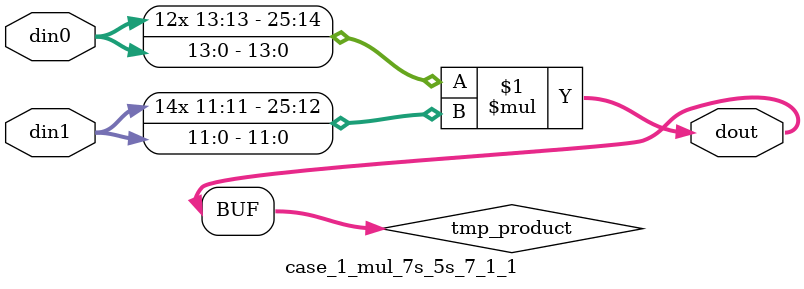
<source format=v>

`timescale 1 ns / 1 ps

 module case_1_mul_7s_5s_7_1_1(din0, din1, dout);
parameter ID = 1;
parameter NUM_STAGE = 0;
parameter din0_WIDTH = 14;
parameter din1_WIDTH = 12;
parameter dout_WIDTH = 26;

input [din0_WIDTH - 1 : 0] din0; 
input [din1_WIDTH - 1 : 0] din1; 
output [dout_WIDTH - 1 : 0] dout;

wire signed [dout_WIDTH - 1 : 0] tmp_product;



























assign tmp_product = $signed(din0) * $signed(din1);








assign dout = tmp_product;





















endmodule

</source>
